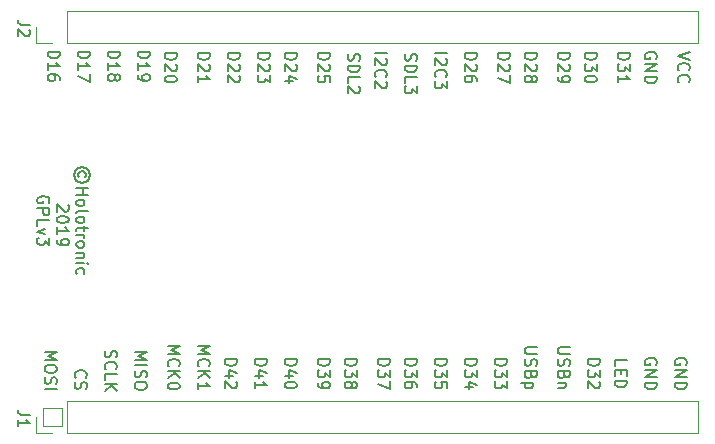
<source format=gto>
G04 #@! TF.GenerationSoftware,KiCad,Pcbnew,5.1.4-e60b266~84~ubuntu18.04.1*
G04 #@! TF.CreationDate,2019-09-22T16:17:36+02:00*
G04 #@! TF.ProjectId,Mezz2,4d657a7a-322e-46b6-9963-61645f706362,2*
G04 #@! TF.SameCoordinates,Original*
G04 #@! TF.FileFunction,Legend,Top*
G04 #@! TF.FilePolarity,Positive*
%FSLAX46Y46*%
G04 Gerber Fmt 4.6, Leading zero omitted, Abs format (unit mm)*
G04 Created by KiCad (PCBNEW 5.1.4-e60b266~84~ubuntu18.04.1) date 2019-09-22 16:17:36*
%MOMM*%
%LPD*%
G04 APERTURE LIST*
%ADD10C,0.150000*%
%ADD11C,0.120000*%
%ADD12C,0.100000*%
G04 APERTURE END LIST*
D10*
X75619523Y-91329333D02*
X75667142Y-91234095D01*
X75667142Y-91043619D01*
X75619523Y-90948380D01*
X75524285Y-90853142D01*
X75429047Y-90805523D01*
X75238571Y-90805523D01*
X75143333Y-90853142D01*
X75048095Y-90948380D01*
X75000476Y-91043619D01*
X75000476Y-91234095D01*
X75048095Y-91329333D01*
X76000476Y-91138857D02*
X75952857Y-90900761D01*
X75810000Y-90662666D01*
X75571904Y-90519809D01*
X75333809Y-90472190D01*
X75095714Y-90519809D01*
X74857619Y-90662666D01*
X74714761Y-90900761D01*
X74667142Y-91138857D01*
X74714761Y-91376952D01*
X74857619Y-91615047D01*
X75095714Y-91757904D01*
X75333809Y-91805523D01*
X75571904Y-91757904D01*
X75810000Y-91615047D01*
X75952857Y-91376952D01*
X76000476Y-91138857D01*
X74857619Y-92234095D02*
X75857619Y-92234095D01*
X75381428Y-92234095D02*
X75381428Y-92805523D01*
X74857619Y-92805523D02*
X75857619Y-92805523D01*
X74857619Y-93424571D02*
X74905238Y-93329333D01*
X74952857Y-93281714D01*
X75048095Y-93234095D01*
X75333809Y-93234095D01*
X75429047Y-93281714D01*
X75476666Y-93329333D01*
X75524285Y-93424571D01*
X75524285Y-93567428D01*
X75476666Y-93662666D01*
X75429047Y-93710285D01*
X75333809Y-93757904D01*
X75048095Y-93757904D01*
X74952857Y-93710285D01*
X74905238Y-93662666D01*
X74857619Y-93567428D01*
X74857619Y-93424571D01*
X74857619Y-94329333D02*
X74905238Y-94234095D01*
X75000476Y-94186476D01*
X75857619Y-94186476D01*
X74857619Y-94853142D02*
X74905238Y-94757904D01*
X74952857Y-94710285D01*
X75048095Y-94662666D01*
X75333809Y-94662666D01*
X75429047Y-94710285D01*
X75476666Y-94757904D01*
X75524285Y-94853142D01*
X75524285Y-94996000D01*
X75476666Y-95091238D01*
X75429047Y-95138857D01*
X75333809Y-95186476D01*
X75048095Y-95186476D01*
X74952857Y-95138857D01*
X74905238Y-95091238D01*
X74857619Y-94996000D01*
X74857619Y-94853142D01*
X75524285Y-95472190D02*
X75524285Y-95853142D01*
X75857619Y-95615047D02*
X75000476Y-95615047D01*
X74905238Y-95662666D01*
X74857619Y-95757904D01*
X74857619Y-95853142D01*
X74857619Y-96186476D02*
X75524285Y-96186476D01*
X75333809Y-96186476D02*
X75429047Y-96234095D01*
X75476666Y-96281714D01*
X75524285Y-96376952D01*
X75524285Y-96472190D01*
X74857619Y-96948380D02*
X74905238Y-96853142D01*
X74952857Y-96805523D01*
X75048095Y-96757904D01*
X75333809Y-96757904D01*
X75429047Y-96805523D01*
X75476666Y-96853142D01*
X75524285Y-96948380D01*
X75524285Y-97091238D01*
X75476666Y-97186476D01*
X75429047Y-97234095D01*
X75333809Y-97281714D01*
X75048095Y-97281714D01*
X74952857Y-97234095D01*
X74905238Y-97186476D01*
X74857619Y-97091238D01*
X74857619Y-96948380D01*
X75524285Y-97710285D02*
X74857619Y-97710285D01*
X75429047Y-97710285D02*
X75476666Y-97757904D01*
X75524285Y-97853142D01*
X75524285Y-97996000D01*
X75476666Y-98091238D01*
X75381428Y-98138857D01*
X74857619Y-98138857D01*
X74857619Y-98615047D02*
X75524285Y-98615047D01*
X75857619Y-98615047D02*
X75810000Y-98567428D01*
X75762380Y-98615047D01*
X75810000Y-98662666D01*
X75857619Y-98615047D01*
X75762380Y-98615047D01*
X74905238Y-99519809D02*
X74857619Y-99424571D01*
X74857619Y-99234095D01*
X74905238Y-99138857D01*
X74952857Y-99091238D01*
X75048095Y-99043619D01*
X75333809Y-99043619D01*
X75429047Y-99091238D01*
X75476666Y-99138857D01*
X75524285Y-99234095D01*
X75524285Y-99424571D01*
X75476666Y-99519809D01*
X74112380Y-93662666D02*
X74160000Y-93710285D01*
X74207619Y-93805523D01*
X74207619Y-94043619D01*
X74160000Y-94138857D01*
X74112380Y-94186476D01*
X74017142Y-94234095D01*
X73921904Y-94234095D01*
X73779047Y-94186476D01*
X73207619Y-93615047D01*
X73207619Y-94234095D01*
X74207619Y-94853142D02*
X74207619Y-94948380D01*
X74160000Y-95043619D01*
X74112380Y-95091238D01*
X74017142Y-95138857D01*
X73826666Y-95186476D01*
X73588571Y-95186476D01*
X73398095Y-95138857D01*
X73302857Y-95091238D01*
X73255238Y-95043619D01*
X73207619Y-94948380D01*
X73207619Y-94853142D01*
X73255238Y-94757904D01*
X73302857Y-94710285D01*
X73398095Y-94662666D01*
X73588571Y-94615047D01*
X73826666Y-94615047D01*
X74017142Y-94662666D01*
X74112380Y-94710285D01*
X74160000Y-94757904D01*
X74207619Y-94853142D01*
X73207619Y-96138857D02*
X73207619Y-95567428D01*
X73207619Y-95853142D02*
X74207619Y-95853142D01*
X74064761Y-95757904D01*
X73969523Y-95662666D01*
X73921904Y-95567428D01*
X73207619Y-96615047D02*
X73207619Y-96805523D01*
X73255238Y-96900761D01*
X73302857Y-96948380D01*
X73445714Y-97043619D01*
X73636190Y-97091238D01*
X74017142Y-97091238D01*
X74112380Y-97043619D01*
X74160000Y-96996000D01*
X74207619Y-96900761D01*
X74207619Y-96710285D01*
X74160000Y-96615047D01*
X74112380Y-96567428D01*
X74017142Y-96519809D01*
X73779047Y-96519809D01*
X73683809Y-96567428D01*
X73636190Y-96615047D01*
X73588571Y-96710285D01*
X73588571Y-96900761D01*
X73636190Y-96996000D01*
X73683809Y-97043619D01*
X73779047Y-97091238D01*
X72510000Y-93496000D02*
X72557619Y-93400761D01*
X72557619Y-93257904D01*
X72510000Y-93115047D01*
X72414761Y-93019809D01*
X72319523Y-92972190D01*
X72129047Y-92924571D01*
X71986190Y-92924571D01*
X71795714Y-92972190D01*
X71700476Y-93019809D01*
X71605238Y-93115047D01*
X71557619Y-93257904D01*
X71557619Y-93353142D01*
X71605238Y-93496000D01*
X71652857Y-93543619D01*
X71986190Y-93543619D01*
X71986190Y-93353142D01*
X71557619Y-93972190D02*
X72557619Y-93972190D01*
X72557619Y-94353142D01*
X72510000Y-94448380D01*
X72462380Y-94496000D01*
X72367142Y-94543619D01*
X72224285Y-94543619D01*
X72129047Y-94496000D01*
X72081428Y-94448380D01*
X72033809Y-94353142D01*
X72033809Y-93972190D01*
X71557619Y-95448380D02*
X71557619Y-94972190D01*
X72557619Y-94972190D01*
X72224285Y-95686476D02*
X71557619Y-95924571D01*
X72224285Y-96162666D01*
X72557619Y-96448380D02*
X72557619Y-97067428D01*
X72176666Y-96734095D01*
X72176666Y-96876952D01*
X72129047Y-96972190D01*
X72081428Y-97019809D01*
X71986190Y-97067428D01*
X71748095Y-97067428D01*
X71652857Y-97019809D01*
X71605238Y-96972190D01*
X71557619Y-96876952D01*
X71557619Y-96591238D01*
X71605238Y-96496000D01*
X71652857Y-96448380D01*
X72191619Y-106124571D02*
X73191619Y-106124571D01*
X72477333Y-106457904D01*
X73191619Y-106791238D01*
X72191619Y-106791238D01*
X73191619Y-107457904D02*
X73191619Y-107648380D01*
X73144000Y-107743619D01*
X73048761Y-107838857D01*
X72858285Y-107886476D01*
X72524952Y-107886476D01*
X72334476Y-107838857D01*
X72239238Y-107743619D01*
X72191619Y-107648380D01*
X72191619Y-107457904D01*
X72239238Y-107362666D01*
X72334476Y-107267428D01*
X72524952Y-107219809D01*
X72858285Y-107219809D01*
X73048761Y-107267428D01*
X73144000Y-107362666D01*
X73191619Y-107457904D01*
X72239238Y-108267428D02*
X72191619Y-108410285D01*
X72191619Y-108648380D01*
X72239238Y-108743619D01*
X72286857Y-108791238D01*
X72382095Y-108838857D01*
X72477333Y-108838857D01*
X72572571Y-108791238D01*
X72620190Y-108743619D01*
X72667809Y-108648380D01*
X72715428Y-108457904D01*
X72763047Y-108362666D01*
X72810666Y-108315047D01*
X72905904Y-108267428D01*
X73001142Y-108267428D01*
X73096380Y-108315047D01*
X73144000Y-108362666D01*
X73191619Y-108457904D01*
X73191619Y-108696000D01*
X73144000Y-108838857D01*
X72191619Y-109267428D02*
X73191619Y-109267428D01*
X74826857Y-108291333D02*
X74779238Y-108243714D01*
X74731619Y-108100857D01*
X74731619Y-108005619D01*
X74779238Y-107862761D01*
X74874476Y-107767523D01*
X74969714Y-107719904D01*
X75160190Y-107672285D01*
X75303047Y-107672285D01*
X75493523Y-107719904D01*
X75588761Y-107767523D01*
X75684000Y-107862761D01*
X75731619Y-108005619D01*
X75731619Y-108100857D01*
X75684000Y-108243714D01*
X75636380Y-108291333D01*
X74779238Y-108672285D02*
X74731619Y-108815142D01*
X74731619Y-109053238D01*
X74779238Y-109148476D01*
X74826857Y-109196095D01*
X74922095Y-109243714D01*
X75017333Y-109243714D01*
X75112571Y-109196095D01*
X75160190Y-109148476D01*
X75207809Y-109053238D01*
X75255428Y-108862761D01*
X75303047Y-108767523D01*
X75350666Y-108719904D01*
X75445904Y-108672285D01*
X75541142Y-108672285D01*
X75636380Y-108719904D01*
X75684000Y-108767523D01*
X75731619Y-108862761D01*
X75731619Y-109100857D01*
X75684000Y-109243714D01*
X77319238Y-106005523D02*
X77271619Y-106148380D01*
X77271619Y-106386476D01*
X77319238Y-106481714D01*
X77366857Y-106529333D01*
X77462095Y-106576952D01*
X77557333Y-106576952D01*
X77652571Y-106529333D01*
X77700190Y-106481714D01*
X77747809Y-106386476D01*
X77795428Y-106196000D01*
X77843047Y-106100761D01*
X77890666Y-106053142D01*
X77985904Y-106005523D01*
X78081142Y-106005523D01*
X78176380Y-106053142D01*
X78224000Y-106100761D01*
X78271619Y-106196000D01*
X78271619Y-106434095D01*
X78224000Y-106576952D01*
X77366857Y-107576952D02*
X77319238Y-107529333D01*
X77271619Y-107386476D01*
X77271619Y-107291238D01*
X77319238Y-107148380D01*
X77414476Y-107053142D01*
X77509714Y-107005523D01*
X77700190Y-106957904D01*
X77843047Y-106957904D01*
X78033523Y-107005523D01*
X78128761Y-107053142D01*
X78224000Y-107148380D01*
X78271619Y-107291238D01*
X78271619Y-107386476D01*
X78224000Y-107529333D01*
X78176380Y-107576952D01*
X77271619Y-108481714D02*
X77271619Y-108005523D01*
X78271619Y-108005523D01*
X77271619Y-108815047D02*
X78271619Y-108815047D01*
X77271619Y-109386476D02*
X77843047Y-108957904D01*
X78271619Y-109386476D02*
X77700190Y-108815047D01*
X79811619Y-106124571D02*
X80811619Y-106124571D01*
X80097333Y-106457904D01*
X80811619Y-106791238D01*
X79811619Y-106791238D01*
X79811619Y-107267428D02*
X80811619Y-107267428D01*
X79859238Y-107696000D02*
X79811619Y-107838857D01*
X79811619Y-108076952D01*
X79859238Y-108172190D01*
X79906857Y-108219809D01*
X80002095Y-108267428D01*
X80097333Y-108267428D01*
X80192571Y-108219809D01*
X80240190Y-108172190D01*
X80287809Y-108076952D01*
X80335428Y-107886476D01*
X80383047Y-107791238D01*
X80430666Y-107743619D01*
X80525904Y-107696000D01*
X80621142Y-107696000D01*
X80716380Y-107743619D01*
X80764000Y-107791238D01*
X80811619Y-107886476D01*
X80811619Y-108124571D01*
X80764000Y-108267428D01*
X80811619Y-108886476D02*
X80811619Y-109076952D01*
X80764000Y-109172190D01*
X80668761Y-109267428D01*
X80478285Y-109315047D01*
X80144952Y-109315047D01*
X79954476Y-109267428D01*
X79859238Y-109172190D01*
X79811619Y-109076952D01*
X79811619Y-108886476D01*
X79859238Y-108791238D01*
X79954476Y-108696000D01*
X80144952Y-108648380D01*
X80478285Y-108648380D01*
X80668761Y-108696000D01*
X80764000Y-108791238D01*
X80811619Y-108886476D01*
X82605619Y-105632476D02*
X83605619Y-105632476D01*
X82891333Y-105965809D01*
X83605619Y-106299142D01*
X82605619Y-106299142D01*
X82700857Y-107346761D02*
X82653238Y-107299142D01*
X82605619Y-107156285D01*
X82605619Y-107061047D01*
X82653238Y-106918190D01*
X82748476Y-106822952D01*
X82843714Y-106775333D01*
X83034190Y-106727714D01*
X83177047Y-106727714D01*
X83367523Y-106775333D01*
X83462761Y-106822952D01*
X83558000Y-106918190D01*
X83605619Y-107061047D01*
X83605619Y-107156285D01*
X83558000Y-107299142D01*
X83510380Y-107346761D01*
X82605619Y-107775333D02*
X83605619Y-107775333D01*
X82605619Y-108346761D02*
X83177047Y-107918190D01*
X83605619Y-108346761D02*
X83034190Y-107775333D01*
X83605619Y-108965809D02*
X83605619Y-109061047D01*
X83558000Y-109156285D01*
X83510380Y-109203904D01*
X83415142Y-109251523D01*
X83224666Y-109299142D01*
X82986571Y-109299142D01*
X82796095Y-109251523D01*
X82700857Y-109203904D01*
X82653238Y-109156285D01*
X82605619Y-109061047D01*
X82605619Y-108965809D01*
X82653238Y-108870571D01*
X82700857Y-108822952D01*
X82796095Y-108775333D01*
X82986571Y-108727714D01*
X83224666Y-108727714D01*
X83415142Y-108775333D01*
X83510380Y-108822952D01*
X83558000Y-108870571D01*
X83605619Y-108965809D01*
X85145619Y-105632476D02*
X86145619Y-105632476D01*
X85431333Y-105965809D01*
X86145619Y-106299142D01*
X85145619Y-106299142D01*
X85240857Y-107346761D02*
X85193238Y-107299142D01*
X85145619Y-107156285D01*
X85145619Y-107061047D01*
X85193238Y-106918190D01*
X85288476Y-106822952D01*
X85383714Y-106775333D01*
X85574190Y-106727714D01*
X85717047Y-106727714D01*
X85907523Y-106775333D01*
X86002761Y-106822952D01*
X86098000Y-106918190D01*
X86145619Y-107061047D01*
X86145619Y-107156285D01*
X86098000Y-107299142D01*
X86050380Y-107346761D01*
X85145619Y-107775333D02*
X86145619Y-107775333D01*
X85145619Y-108346761D02*
X85717047Y-107918190D01*
X86145619Y-108346761D02*
X85574190Y-107775333D01*
X85145619Y-109299142D02*
X85145619Y-108727714D01*
X85145619Y-109013428D02*
X86145619Y-109013428D01*
X86002761Y-108918190D01*
X85907523Y-108822952D01*
X85859904Y-108727714D01*
X87431619Y-106735714D02*
X88431619Y-106735714D01*
X88431619Y-106973809D01*
X88384000Y-107116666D01*
X88288761Y-107211904D01*
X88193523Y-107259523D01*
X88003047Y-107307142D01*
X87860190Y-107307142D01*
X87669714Y-107259523D01*
X87574476Y-107211904D01*
X87479238Y-107116666D01*
X87431619Y-106973809D01*
X87431619Y-106735714D01*
X88098285Y-108164285D02*
X87431619Y-108164285D01*
X88479238Y-107926190D02*
X87764952Y-107688095D01*
X87764952Y-108307142D01*
X88336380Y-108640476D02*
X88384000Y-108688095D01*
X88431619Y-108783333D01*
X88431619Y-109021428D01*
X88384000Y-109116666D01*
X88336380Y-109164285D01*
X88241142Y-109211904D01*
X88145904Y-109211904D01*
X88003047Y-109164285D01*
X87431619Y-108592857D01*
X87431619Y-109211904D01*
X89971619Y-106735714D02*
X90971619Y-106735714D01*
X90971619Y-106973809D01*
X90924000Y-107116666D01*
X90828761Y-107211904D01*
X90733523Y-107259523D01*
X90543047Y-107307142D01*
X90400190Y-107307142D01*
X90209714Y-107259523D01*
X90114476Y-107211904D01*
X90019238Y-107116666D01*
X89971619Y-106973809D01*
X89971619Y-106735714D01*
X90638285Y-108164285D02*
X89971619Y-108164285D01*
X91019238Y-107926190D02*
X90304952Y-107688095D01*
X90304952Y-108307142D01*
X89971619Y-109211904D02*
X89971619Y-108640476D01*
X89971619Y-108926190D02*
X90971619Y-108926190D01*
X90828761Y-108830952D01*
X90733523Y-108735714D01*
X90685904Y-108640476D01*
X92511619Y-106735714D02*
X93511619Y-106735714D01*
X93511619Y-106973809D01*
X93464000Y-107116666D01*
X93368761Y-107211904D01*
X93273523Y-107259523D01*
X93083047Y-107307142D01*
X92940190Y-107307142D01*
X92749714Y-107259523D01*
X92654476Y-107211904D01*
X92559238Y-107116666D01*
X92511619Y-106973809D01*
X92511619Y-106735714D01*
X93178285Y-108164285D02*
X92511619Y-108164285D01*
X93559238Y-107926190D02*
X92844952Y-107688095D01*
X92844952Y-108307142D01*
X93511619Y-108878571D02*
X93511619Y-108973809D01*
X93464000Y-109069047D01*
X93416380Y-109116666D01*
X93321142Y-109164285D01*
X93130666Y-109211904D01*
X92892571Y-109211904D01*
X92702095Y-109164285D01*
X92606857Y-109116666D01*
X92559238Y-109069047D01*
X92511619Y-108973809D01*
X92511619Y-108878571D01*
X92559238Y-108783333D01*
X92606857Y-108735714D01*
X92702095Y-108688095D01*
X92892571Y-108640476D01*
X93130666Y-108640476D01*
X93321142Y-108688095D01*
X93416380Y-108735714D01*
X93464000Y-108783333D01*
X93511619Y-108878571D01*
X95305619Y-106735714D02*
X96305619Y-106735714D01*
X96305619Y-106973809D01*
X96258000Y-107116666D01*
X96162761Y-107211904D01*
X96067523Y-107259523D01*
X95877047Y-107307142D01*
X95734190Y-107307142D01*
X95543714Y-107259523D01*
X95448476Y-107211904D01*
X95353238Y-107116666D01*
X95305619Y-106973809D01*
X95305619Y-106735714D01*
X96305619Y-107640476D02*
X96305619Y-108259523D01*
X95924666Y-107926190D01*
X95924666Y-108069047D01*
X95877047Y-108164285D01*
X95829428Y-108211904D01*
X95734190Y-108259523D01*
X95496095Y-108259523D01*
X95400857Y-108211904D01*
X95353238Y-108164285D01*
X95305619Y-108069047D01*
X95305619Y-107783333D01*
X95353238Y-107688095D01*
X95400857Y-107640476D01*
X95305619Y-108735714D02*
X95305619Y-108926190D01*
X95353238Y-109021428D01*
X95400857Y-109069047D01*
X95543714Y-109164285D01*
X95734190Y-109211904D01*
X96115142Y-109211904D01*
X96210380Y-109164285D01*
X96258000Y-109116666D01*
X96305619Y-109021428D01*
X96305619Y-108830952D01*
X96258000Y-108735714D01*
X96210380Y-108688095D01*
X96115142Y-108640476D01*
X95877047Y-108640476D01*
X95781809Y-108688095D01*
X95734190Y-108735714D01*
X95686571Y-108830952D01*
X95686571Y-109021428D01*
X95734190Y-109116666D01*
X95781809Y-109164285D01*
X95877047Y-109211904D01*
X97591619Y-106735714D02*
X98591619Y-106735714D01*
X98591619Y-106973809D01*
X98544000Y-107116666D01*
X98448761Y-107211904D01*
X98353523Y-107259523D01*
X98163047Y-107307142D01*
X98020190Y-107307142D01*
X97829714Y-107259523D01*
X97734476Y-107211904D01*
X97639238Y-107116666D01*
X97591619Y-106973809D01*
X97591619Y-106735714D01*
X98591619Y-107640476D02*
X98591619Y-108259523D01*
X98210666Y-107926190D01*
X98210666Y-108069047D01*
X98163047Y-108164285D01*
X98115428Y-108211904D01*
X98020190Y-108259523D01*
X97782095Y-108259523D01*
X97686857Y-108211904D01*
X97639238Y-108164285D01*
X97591619Y-108069047D01*
X97591619Y-107783333D01*
X97639238Y-107688095D01*
X97686857Y-107640476D01*
X98163047Y-108830952D02*
X98210666Y-108735714D01*
X98258285Y-108688095D01*
X98353523Y-108640476D01*
X98401142Y-108640476D01*
X98496380Y-108688095D01*
X98544000Y-108735714D01*
X98591619Y-108830952D01*
X98591619Y-109021428D01*
X98544000Y-109116666D01*
X98496380Y-109164285D01*
X98401142Y-109211904D01*
X98353523Y-109211904D01*
X98258285Y-109164285D01*
X98210666Y-109116666D01*
X98163047Y-109021428D01*
X98163047Y-108830952D01*
X98115428Y-108735714D01*
X98067809Y-108688095D01*
X97972571Y-108640476D01*
X97782095Y-108640476D01*
X97686857Y-108688095D01*
X97639238Y-108735714D01*
X97591619Y-108830952D01*
X97591619Y-109021428D01*
X97639238Y-109116666D01*
X97686857Y-109164285D01*
X97782095Y-109211904D01*
X97972571Y-109211904D01*
X98067809Y-109164285D01*
X98115428Y-109116666D01*
X98163047Y-109021428D01*
X100385619Y-106735714D02*
X101385619Y-106735714D01*
X101385619Y-106973809D01*
X101338000Y-107116666D01*
X101242761Y-107211904D01*
X101147523Y-107259523D01*
X100957047Y-107307142D01*
X100814190Y-107307142D01*
X100623714Y-107259523D01*
X100528476Y-107211904D01*
X100433238Y-107116666D01*
X100385619Y-106973809D01*
X100385619Y-106735714D01*
X101385619Y-107640476D02*
X101385619Y-108259523D01*
X101004666Y-107926190D01*
X101004666Y-108069047D01*
X100957047Y-108164285D01*
X100909428Y-108211904D01*
X100814190Y-108259523D01*
X100576095Y-108259523D01*
X100480857Y-108211904D01*
X100433238Y-108164285D01*
X100385619Y-108069047D01*
X100385619Y-107783333D01*
X100433238Y-107688095D01*
X100480857Y-107640476D01*
X101385619Y-108592857D02*
X101385619Y-109259523D01*
X100385619Y-108830952D01*
X102671619Y-106735714D02*
X103671619Y-106735714D01*
X103671619Y-106973809D01*
X103624000Y-107116666D01*
X103528761Y-107211904D01*
X103433523Y-107259523D01*
X103243047Y-107307142D01*
X103100190Y-107307142D01*
X102909714Y-107259523D01*
X102814476Y-107211904D01*
X102719238Y-107116666D01*
X102671619Y-106973809D01*
X102671619Y-106735714D01*
X103671619Y-107640476D02*
X103671619Y-108259523D01*
X103290666Y-107926190D01*
X103290666Y-108069047D01*
X103243047Y-108164285D01*
X103195428Y-108211904D01*
X103100190Y-108259523D01*
X102862095Y-108259523D01*
X102766857Y-108211904D01*
X102719238Y-108164285D01*
X102671619Y-108069047D01*
X102671619Y-107783333D01*
X102719238Y-107688095D01*
X102766857Y-107640476D01*
X103671619Y-109116666D02*
X103671619Y-108926190D01*
X103624000Y-108830952D01*
X103576380Y-108783333D01*
X103433523Y-108688095D01*
X103243047Y-108640476D01*
X102862095Y-108640476D01*
X102766857Y-108688095D01*
X102719238Y-108735714D01*
X102671619Y-108830952D01*
X102671619Y-109021428D01*
X102719238Y-109116666D01*
X102766857Y-109164285D01*
X102862095Y-109211904D01*
X103100190Y-109211904D01*
X103195428Y-109164285D01*
X103243047Y-109116666D01*
X103290666Y-109021428D01*
X103290666Y-108830952D01*
X103243047Y-108735714D01*
X103195428Y-108688095D01*
X103100190Y-108640476D01*
X105211619Y-106735714D02*
X106211619Y-106735714D01*
X106211619Y-106973809D01*
X106164000Y-107116666D01*
X106068761Y-107211904D01*
X105973523Y-107259523D01*
X105783047Y-107307142D01*
X105640190Y-107307142D01*
X105449714Y-107259523D01*
X105354476Y-107211904D01*
X105259238Y-107116666D01*
X105211619Y-106973809D01*
X105211619Y-106735714D01*
X106211619Y-107640476D02*
X106211619Y-108259523D01*
X105830666Y-107926190D01*
X105830666Y-108069047D01*
X105783047Y-108164285D01*
X105735428Y-108211904D01*
X105640190Y-108259523D01*
X105402095Y-108259523D01*
X105306857Y-108211904D01*
X105259238Y-108164285D01*
X105211619Y-108069047D01*
X105211619Y-107783333D01*
X105259238Y-107688095D01*
X105306857Y-107640476D01*
X106211619Y-109164285D02*
X106211619Y-108688095D01*
X105735428Y-108640476D01*
X105783047Y-108688095D01*
X105830666Y-108783333D01*
X105830666Y-109021428D01*
X105783047Y-109116666D01*
X105735428Y-109164285D01*
X105640190Y-109211904D01*
X105402095Y-109211904D01*
X105306857Y-109164285D01*
X105259238Y-109116666D01*
X105211619Y-109021428D01*
X105211619Y-108783333D01*
X105259238Y-108688095D01*
X105306857Y-108640476D01*
X107751619Y-106735714D02*
X108751619Y-106735714D01*
X108751619Y-106973809D01*
X108704000Y-107116666D01*
X108608761Y-107211904D01*
X108513523Y-107259523D01*
X108323047Y-107307142D01*
X108180190Y-107307142D01*
X107989714Y-107259523D01*
X107894476Y-107211904D01*
X107799238Y-107116666D01*
X107751619Y-106973809D01*
X107751619Y-106735714D01*
X108751619Y-107640476D02*
X108751619Y-108259523D01*
X108370666Y-107926190D01*
X108370666Y-108069047D01*
X108323047Y-108164285D01*
X108275428Y-108211904D01*
X108180190Y-108259523D01*
X107942095Y-108259523D01*
X107846857Y-108211904D01*
X107799238Y-108164285D01*
X107751619Y-108069047D01*
X107751619Y-107783333D01*
X107799238Y-107688095D01*
X107846857Y-107640476D01*
X108418285Y-109116666D02*
X107751619Y-109116666D01*
X108799238Y-108878571D02*
X108084952Y-108640476D01*
X108084952Y-109259523D01*
X110291619Y-106735714D02*
X111291619Y-106735714D01*
X111291619Y-106973809D01*
X111244000Y-107116666D01*
X111148761Y-107211904D01*
X111053523Y-107259523D01*
X110863047Y-107307142D01*
X110720190Y-107307142D01*
X110529714Y-107259523D01*
X110434476Y-107211904D01*
X110339238Y-107116666D01*
X110291619Y-106973809D01*
X110291619Y-106735714D01*
X111291619Y-107640476D02*
X111291619Y-108259523D01*
X110910666Y-107926190D01*
X110910666Y-108069047D01*
X110863047Y-108164285D01*
X110815428Y-108211904D01*
X110720190Y-108259523D01*
X110482095Y-108259523D01*
X110386857Y-108211904D01*
X110339238Y-108164285D01*
X110291619Y-108069047D01*
X110291619Y-107783333D01*
X110339238Y-107688095D01*
X110386857Y-107640476D01*
X111291619Y-108592857D02*
X111291619Y-109211904D01*
X110910666Y-108878571D01*
X110910666Y-109021428D01*
X110863047Y-109116666D01*
X110815428Y-109164285D01*
X110720190Y-109211904D01*
X110482095Y-109211904D01*
X110386857Y-109164285D01*
X110339238Y-109116666D01*
X110291619Y-109021428D01*
X110291619Y-108735714D01*
X110339238Y-108640476D01*
X110386857Y-108592857D01*
X113831619Y-105727714D02*
X113022095Y-105727714D01*
X112926857Y-105775333D01*
X112879238Y-105822952D01*
X112831619Y-105918190D01*
X112831619Y-106108666D01*
X112879238Y-106203904D01*
X112926857Y-106251523D01*
X113022095Y-106299142D01*
X113831619Y-106299142D01*
X112879238Y-106727714D02*
X112831619Y-106870571D01*
X112831619Y-107108666D01*
X112879238Y-107203904D01*
X112926857Y-107251523D01*
X113022095Y-107299142D01*
X113117333Y-107299142D01*
X113212571Y-107251523D01*
X113260190Y-107203904D01*
X113307809Y-107108666D01*
X113355428Y-106918190D01*
X113403047Y-106822952D01*
X113450666Y-106775333D01*
X113545904Y-106727714D01*
X113641142Y-106727714D01*
X113736380Y-106775333D01*
X113784000Y-106822952D01*
X113831619Y-106918190D01*
X113831619Y-107156285D01*
X113784000Y-107299142D01*
X113355428Y-108061047D02*
X113307809Y-108203904D01*
X113260190Y-108251523D01*
X113164952Y-108299142D01*
X113022095Y-108299142D01*
X112926857Y-108251523D01*
X112879238Y-108203904D01*
X112831619Y-108108666D01*
X112831619Y-107727714D01*
X113831619Y-107727714D01*
X113831619Y-108061047D01*
X113784000Y-108156285D01*
X113736380Y-108203904D01*
X113641142Y-108251523D01*
X113545904Y-108251523D01*
X113450666Y-108203904D01*
X113403047Y-108156285D01*
X113355428Y-108061047D01*
X113355428Y-107727714D01*
X113498285Y-108727714D02*
X112498285Y-108727714D01*
X113450666Y-108727714D02*
X113498285Y-108822952D01*
X113498285Y-109013428D01*
X113450666Y-109108666D01*
X113403047Y-109156285D01*
X113307809Y-109203904D01*
X113022095Y-109203904D01*
X112926857Y-109156285D01*
X112879238Y-109108666D01*
X112831619Y-109013428D01*
X112831619Y-108822952D01*
X112879238Y-108727714D01*
X116625619Y-105727714D02*
X115816095Y-105727714D01*
X115720857Y-105775333D01*
X115673238Y-105822952D01*
X115625619Y-105918190D01*
X115625619Y-106108666D01*
X115673238Y-106203904D01*
X115720857Y-106251523D01*
X115816095Y-106299142D01*
X116625619Y-106299142D01*
X115673238Y-106727714D02*
X115625619Y-106870571D01*
X115625619Y-107108666D01*
X115673238Y-107203904D01*
X115720857Y-107251523D01*
X115816095Y-107299142D01*
X115911333Y-107299142D01*
X116006571Y-107251523D01*
X116054190Y-107203904D01*
X116101809Y-107108666D01*
X116149428Y-106918190D01*
X116197047Y-106822952D01*
X116244666Y-106775333D01*
X116339904Y-106727714D01*
X116435142Y-106727714D01*
X116530380Y-106775333D01*
X116578000Y-106822952D01*
X116625619Y-106918190D01*
X116625619Y-107156285D01*
X116578000Y-107299142D01*
X116149428Y-108061047D02*
X116101809Y-108203904D01*
X116054190Y-108251523D01*
X115958952Y-108299142D01*
X115816095Y-108299142D01*
X115720857Y-108251523D01*
X115673238Y-108203904D01*
X115625619Y-108108666D01*
X115625619Y-107727714D01*
X116625619Y-107727714D01*
X116625619Y-108061047D01*
X116578000Y-108156285D01*
X116530380Y-108203904D01*
X116435142Y-108251523D01*
X116339904Y-108251523D01*
X116244666Y-108203904D01*
X116197047Y-108156285D01*
X116149428Y-108061047D01*
X116149428Y-107727714D01*
X116292285Y-108727714D02*
X115625619Y-108727714D01*
X116197047Y-108727714D02*
X116244666Y-108775333D01*
X116292285Y-108870571D01*
X116292285Y-109013428D01*
X116244666Y-109108666D01*
X116149428Y-109156285D01*
X115625619Y-109156285D01*
X118165619Y-106735714D02*
X119165619Y-106735714D01*
X119165619Y-106973809D01*
X119118000Y-107116666D01*
X119022761Y-107211904D01*
X118927523Y-107259523D01*
X118737047Y-107307142D01*
X118594190Y-107307142D01*
X118403714Y-107259523D01*
X118308476Y-107211904D01*
X118213238Y-107116666D01*
X118165619Y-106973809D01*
X118165619Y-106735714D01*
X119165619Y-107640476D02*
X119165619Y-108259523D01*
X118784666Y-107926190D01*
X118784666Y-108069047D01*
X118737047Y-108164285D01*
X118689428Y-108211904D01*
X118594190Y-108259523D01*
X118356095Y-108259523D01*
X118260857Y-108211904D01*
X118213238Y-108164285D01*
X118165619Y-108069047D01*
X118165619Y-107783333D01*
X118213238Y-107688095D01*
X118260857Y-107640476D01*
X119070380Y-108640476D02*
X119118000Y-108688095D01*
X119165619Y-108783333D01*
X119165619Y-109021428D01*
X119118000Y-109116666D01*
X119070380Y-109164285D01*
X118975142Y-109211904D01*
X118879904Y-109211904D01*
X118737047Y-109164285D01*
X118165619Y-108592857D01*
X118165619Y-109211904D01*
X120451619Y-107307142D02*
X120451619Y-106830952D01*
X121451619Y-106830952D01*
X120975428Y-107640476D02*
X120975428Y-107973809D01*
X120451619Y-108116666D02*
X120451619Y-107640476D01*
X121451619Y-107640476D01*
X121451619Y-108116666D01*
X120451619Y-108545238D02*
X121451619Y-108545238D01*
X121451619Y-108783333D01*
X121404000Y-108926190D01*
X121308761Y-109021428D01*
X121213523Y-109069047D01*
X121023047Y-109116666D01*
X120880190Y-109116666D01*
X120689714Y-109069047D01*
X120594476Y-109021428D01*
X120499238Y-108926190D01*
X120451619Y-108783333D01*
X120451619Y-108545238D01*
X123944000Y-107188095D02*
X123991619Y-107092857D01*
X123991619Y-106950000D01*
X123944000Y-106807142D01*
X123848761Y-106711904D01*
X123753523Y-106664285D01*
X123563047Y-106616666D01*
X123420190Y-106616666D01*
X123229714Y-106664285D01*
X123134476Y-106711904D01*
X123039238Y-106807142D01*
X122991619Y-106950000D01*
X122991619Y-107045238D01*
X123039238Y-107188095D01*
X123086857Y-107235714D01*
X123420190Y-107235714D01*
X123420190Y-107045238D01*
X122991619Y-107664285D02*
X123991619Y-107664285D01*
X122991619Y-108235714D01*
X123991619Y-108235714D01*
X122991619Y-108711904D02*
X123991619Y-108711904D01*
X123991619Y-108950000D01*
X123944000Y-109092857D01*
X123848761Y-109188095D01*
X123753523Y-109235714D01*
X123563047Y-109283333D01*
X123420190Y-109283333D01*
X123229714Y-109235714D01*
X123134476Y-109188095D01*
X123039238Y-109092857D01*
X122991619Y-108950000D01*
X122991619Y-108711904D01*
X126484000Y-107188095D02*
X126531619Y-107092857D01*
X126531619Y-106950000D01*
X126484000Y-106807142D01*
X126388761Y-106711904D01*
X126293523Y-106664285D01*
X126103047Y-106616666D01*
X125960190Y-106616666D01*
X125769714Y-106664285D01*
X125674476Y-106711904D01*
X125579238Y-106807142D01*
X125531619Y-106950000D01*
X125531619Y-107045238D01*
X125579238Y-107188095D01*
X125626857Y-107235714D01*
X125960190Y-107235714D01*
X125960190Y-107045238D01*
X125531619Y-107664285D02*
X126531619Y-107664285D01*
X125531619Y-108235714D01*
X126531619Y-108235714D01*
X125531619Y-108711904D02*
X126531619Y-108711904D01*
X126531619Y-108950000D01*
X126484000Y-109092857D01*
X126388761Y-109188095D01*
X126293523Y-109235714D01*
X126103047Y-109283333D01*
X125960190Y-109283333D01*
X125769714Y-109235714D01*
X125674476Y-109188095D01*
X125579238Y-109092857D01*
X125531619Y-108950000D01*
X125531619Y-108711904D01*
X126785619Y-80708666D02*
X125785619Y-81042000D01*
X126785619Y-81375333D01*
X125880857Y-82280095D02*
X125833238Y-82232476D01*
X125785619Y-82089619D01*
X125785619Y-81994380D01*
X125833238Y-81851523D01*
X125928476Y-81756285D01*
X126023714Y-81708666D01*
X126214190Y-81661047D01*
X126357047Y-81661047D01*
X126547523Y-81708666D01*
X126642761Y-81756285D01*
X126738000Y-81851523D01*
X126785619Y-81994380D01*
X126785619Y-82089619D01*
X126738000Y-82232476D01*
X126690380Y-82280095D01*
X125880857Y-83280095D02*
X125833238Y-83232476D01*
X125785619Y-83089619D01*
X125785619Y-82994380D01*
X125833238Y-82851523D01*
X125928476Y-82756285D01*
X126023714Y-82708666D01*
X126214190Y-82661047D01*
X126357047Y-82661047D01*
X126547523Y-82708666D01*
X126642761Y-82756285D01*
X126738000Y-82851523D01*
X126785619Y-82994380D01*
X126785619Y-83089619D01*
X126738000Y-83232476D01*
X126690380Y-83280095D01*
X123944000Y-81280095D02*
X123991619Y-81184857D01*
X123991619Y-81042000D01*
X123944000Y-80899142D01*
X123848761Y-80803904D01*
X123753523Y-80756285D01*
X123563047Y-80708666D01*
X123420190Y-80708666D01*
X123229714Y-80756285D01*
X123134476Y-80803904D01*
X123039238Y-80899142D01*
X122991619Y-81042000D01*
X122991619Y-81137238D01*
X123039238Y-81280095D01*
X123086857Y-81327714D01*
X123420190Y-81327714D01*
X123420190Y-81137238D01*
X122991619Y-81756285D02*
X123991619Y-81756285D01*
X122991619Y-82327714D01*
X123991619Y-82327714D01*
X122991619Y-82803904D02*
X123991619Y-82803904D01*
X123991619Y-83042000D01*
X123944000Y-83184857D01*
X123848761Y-83280095D01*
X123753523Y-83327714D01*
X123563047Y-83375333D01*
X123420190Y-83375333D01*
X123229714Y-83327714D01*
X123134476Y-83280095D01*
X123039238Y-83184857D01*
X122991619Y-83042000D01*
X122991619Y-82803904D01*
X120705619Y-80827714D02*
X121705619Y-80827714D01*
X121705619Y-81065809D01*
X121658000Y-81208666D01*
X121562761Y-81303904D01*
X121467523Y-81351523D01*
X121277047Y-81399142D01*
X121134190Y-81399142D01*
X120943714Y-81351523D01*
X120848476Y-81303904D01*
X120753238Y-81208666D01*
X120705619Y-81065809D01*
X120705619Y-80827714D01*
X121705619Y-81732476D02*
X121705619Y-82351523D01*
X121324666Y-82018190D01*
X121324666Y-82161047D01*
X121277047Y-82256285D01*
X121229428Y-82303904D01*
X121134190Y-82351523D01*
X120896095Y-82351523D01*
X120800857Y-82303904D01*
X120753238Y-82256285D01*
X120705619Y-82161047D01*
X120705619Y-81875333D01*
X120753238Y-81780095D01*
X120800857Y-81732476D01*
X120705619Y-83303904D02*
X120705619Y-82732476D01*
X120705619Y-83018190D02*
X121705619Y-83018190D01*
X121562761Y-82922952D01*
X121467523Y-82827714D01*
X121419904Y-82732476D01*
X117911619Y-80827714D02*
X118911619Y-80827714D01*
X118911619Y-81065809D01*
X118864000Y-81208666D01*
X118768761Y-81303904D01*
X118673523Y-81351523D01*
X118483047Y-81399142D01*
X118340190Y-81399142D01*
X118149714Y-81351523D01*
X118054476Y-81303904D01*
X117959238Y-81208666D01*
X117911619Y-81065809D01*
X117911619Y-80827714D01*
X118911619Y-81732476D02*
X118911619Y-82351523D01*
X118530666Y-82018190D01*
X118530666Y-82161047D01*
X118483047Y-82256285D01*
X118435428Y-82303904D01*
X118340190Y-82351523D01*
X118102095Y-82351523D01*
X118006857Y-82303904D01*
X117959238Y-82256285D01*
X117911619Y-82161047D01*
X117911619Y-81875333D01*
X117959238Y-81780095D01*
X118006857Y-81732476D01*
X118911619Y-82970571D02*
X118911619Y-83065809D01*
X118864000Y-83161047D01*
X118816380Y-83208666D01*
X118721142Y-83256285D01*
X118530666Y-83303904D01*
X118292571Y-83303904D01*
X118102095Y-83256285D01*
X118006857Y-83208666D01*
X117959238Y-83161047D01*
X117911619Y-83065809D01*
X117911619Y-82970571D01*
X117959238Y-82875333D01*
X118006857Y-82827714D01*
X118102095Y-82780095D01*
X118292571Y-82732476D01*
X118530666Y-82732476D01*
X118721142Y-82780095D01*
X118816380Y-82827714D01*
X118864000Y-82875333D01*
X118911619Y-82970571D01*
X115625619Y-80827714D02*
X116625619Y-80827714D01*
X116625619Y-81065809D01*
X116578000Y-81208666D01*
X116482761Y-81303904D01*
X116387523Y-81351523D01*
X116197047Y-81399142D01*
X116054190Y-81399142D01*
X115863714Y-81351523D01*
X115768476Y-81303904D01*
X115673238Y-81208666D01*
X115625619Y-81065809D01*
X115625619Y-80827714D01*
X116530380Y-81780095D02*
X116578000Y-81827714D01*
X116625619Y-81922952D01*
X116625619Y-82161047D01*
X116578000Y-82256285D01*
X116530380Y-82303904D01*
X116435142Y-82351523D01*
X116339904Y-82351523D01*
X116197047Y-82303904D01*
X115625619Y-81732476D01*
X115625619Y-82351523D01*
X115625619Y-82827714D02*
X115625619Y-83018190D01*
X115673238Y-83113428D01*
X115720857Y-83161047D01*
X115863714Y-83256285D01*
X116054190Y-83303904D01*
X116435142Y-83303904D01*
X116530380Y-83256285D01*
X116578000Y-83208666D01*
X116625619Y-83113428D01*
X116625619Y-82922952D01*
X116578000Y-82827714D01*
X116530380Y-82780095D01*
X116435142Y-82732476D01*
X116197047Y-82732476D01*
X116101809Y-82780095D01*
X116054190Y-82827714D01*
X116006571Y-82922952D01*
X116006571Y-83113428D01*
X116054190Y-83208666D01*
X116101809Y-83256285D01*
X116197047Y-83303904D01*
X112831619Y-80827714D02*
X113831619Y-80827714D01*
X113831619Y-81065809D01*
X113784000Y-81208666D01*
X113688761Y-81303904D01*
X113593523Y-81351523D01*
X113403047Y-81399142D01*
X113260190Y-81399142D01*
X113069714Y-81351523D01*
X112974476Y-81303904D01*
X112879238Y-81208666D01*
X112831619Y-81065809D01*
X112831619Y-80827714D01*
X113736380Y-81780095D02*
X113784000Y-81827714D01*
X113831619Y-81922952D01*
X113831619Y-82161047D01*
X113784000Y-82256285D01*
X113736380Y-82303904D01*
X113641142Y-82351523D01*
X113545904Y-82351523D01*
X113403047Y-82303904D01*
X112831619Y-81732476D01*
X112831619Y-82351523D01*
X113403047Y-82922952D02*
X113450666Y-82827714D01*
X113498285Y-82780095D01*
X113593523Y-82732476D01*
X113641142Y-82732476D01*
X113736380Y-82780095D01*
X113784000Y-82827714D01*
X113831619Y-82922952D01*
X113831619Y-83113428D01*
X113784000Y-83208666D01*
X113736380Y-83256285D01*
X113641142Y-83303904D01*
X113593523Y-83303904D01*
X113498285Y-83256285D01*
X113450666Y-83208666D01*
X113403047Y-83113428D01*
X113403047Y-82922952D01*
X113355428Y-82827714D01*
X113307809Y-82780095D01*
X113212571Y-82732476D01*
X113022095Y-82732476D01*
X112926857Y-82780095D01*
X112879238Y-82827714D01*
X112831619Y-82922952D01*
X112831619Y-83113428D01*
X112879238Y-83208666D01*
X112926857Y-83256285D01*
X113022095Y-83303904D01*
X113212571Y-83303904D01*
X113307809Y-83256285D01*
X113355428Y-83208666D01*
X113403047Y-83113428D01*
X110545619Y-80827714D02*
X111545619Y-80827714D01*
X111545619Y-81065809D01*
X111498000Y-81208666D01*
X111402761Y-81303904D01*
X111307523Y-81351523D01*
X111117047Y-81399142D01*
X110974190Y-81399142D01*
X110783714Y-81351523D01*
X110688476Y-81303904D01*
X110593238Y-81208666D01*
X110545619Y-81065809D01*
X110545619Y-80827714D01*
X111450380Y-81780095D02*
X111498000Y-81827714D01*
X111545619Y-81922952D01*
X111545619Y-82161047D01*
X111498000Y-82256285D01*
X111450380Y-82303904D01*
X111355142Y-82351523D01*
X111259904Y-82351523D01*
X111117047Y-82303904D01*
X110545619Y-81732476D01*
X110545619Y-82351523D01*
X111545619Y-82684857D02*
X111545619Y-83351523D01*
X110545619Y-82922952D01*
X107751619Y-80827714D02*
X108751619Y-80827714D01*
X108751619Y-81065809D01*
X108704000Y-81208666D01*
X108608761Y-81303904D01*
X108513523Y-81351523D01*
X108323047Y-81399142D01*
X108180190Y-81399142D01*
X107989714Y-81351523D01*
X107894476Y-81303904D01*
X107799238Y-81208666D01*
X107751619Y-81065809D01*
X107751619Y-80827714D01*
X108656380Y-81780095D02*
X108704000Y-81827714D01*
X108751619Y-81922952D01*
X108751619Y-82161047D01*
X108704000Y-82256285D01*
X108656380Y-82303904D01*
X108561142Y-82351523D01*
X108465904Y-82351523D01*
X108323047Y-82303904D01*
X107751619Y-81732476D01*
X107751619Y-82351523D01*
X108751619Y-83208666D02*
X108751619Y-83018190D01*
X108704000Y-82922952D01*
X108656380Y-82875333D01*
X108513523Y-82780095D01*
X108323047Y-82732476D01*
X107942095Y-82732476D01*
X107846857Y-82780095D01*
X107799238Y-82827714D01*
X107751619Y-82922952D01*
X107751619Y-83113428D01*
X107799238Y-83208666D01*
X107846857Y-83256285D01*
X107942095Y-83303904D01*
X108180190Y-83303904D01*
X108275428Y-83256285D01*
X108323047Y-83208666D01*
X108370666Y-83113428D01*
X108370666Y-82922952D01*
X108323047Y-82827714D01*
X108275428Y-82780095D01*
X108180190Y-82732476D01*
X105211619Y-80843619D02*
X106211619Y-80843619D01*
X106116380Y-81272190D02*
X106164000Y-81319809D01*
X106211619Y-81415047D01*
X106211619Y-81653142D01*
X106164000Y-81748380D01*
X106116380Y-81796000D01*
X106021142Y-81843619D01*
X105925904Y-81843619D01*
X105783047Y-81796000D01*
X105211619Y-81224571D01*
X105211619Y-81843619D01*
X105306857Y-82843619D02*
X105259238Y-82796000D01*
X105211619Y-82653142D01*
X105211619Y-82557904D01*
X105259238Y-82415047D01*
X105354476Y-82319809D01*
X105449714Y-82272190D01*
X105640190Y-82224571D01*
X105783047Y-82224571D01*
X105973523Y-82272190D01*
X106068761Y-82319809D01*
X106164000Y-82415047D01*
X106211619Y-82557904D01*
X106211619Y-82653142D01*
X106164000Y-82796000D01*
X106116380Y-82843619D01*
X106211619Y-83176952D02*
X106211619Y-83796000D01*
X105830666Y-83462666D01*
X105830666Y-83605523D01*
X105783047Y-83700761D01*
X105735428Y-83748380D01*
X105640190Y-83796000D01*
X105402095Y-83796000D01*
X105306857Y-83748380D01*
X105259238Y-83700761D01*
X105211619Y-83605523D01*
X105211619Y-83319809D01*
X105259238Y-83224571D01*
X105306857Y-83176952D01*
X102719238Y-80883333D02*
X102671619Y-81026190D01*
X102671619Y-81264285D01*
X102719238Y-81359523D01*
X102766857Y-81407142D01*
X102862095Y-81454761D01*
X102957333Y-81454761D01*
X103052571Y-81407142D01*
X103100190Y-81359523D01*
X103147809Y-81264285D01*
X103195428Y-81073809D01*
X103243047Y-80978571D01*
X103290666Y-80930952D01*
X103385904Y-80883333D01*
X103481142Y-80883333D01*
X103576380Y-80930952D01*
X103624000Y-80978571D01*
X103671619Y-81073809D01*
X103671619Y-81311904D01*
X103624000Y-81454761D01*
X102671619Y-81883333D02*
X103671619Y-81883333D01*
X103671619Y-82121428D01*
X103624000Y-82264285D01*
X103528761Y-82359523D01*
X103433523Y-82407142D01*
X103243047Y-82454761D01*
X103100190Y-82454761D01*
X102909714Y-82407142D01*
X102814476Y-82359523D01*
X102719238Y-82264285D01*
X102671619Y-82121428D01*
X102671619Y-81883333D01*
X102671619Y-83359523D02*
X102671619Y-82883333D01*
X103671619Y-82883333D01*
X103671619Y-83597619D02*
X103671619Y-84216666D01*
X103290666Y-83883333D01*
X103290666Y-84026190D01*
X103243047Y-84121428D01*
X103195428Y-84169047D01*
X103100190Y-84216666D01*
X102862095Y-84216666D01*
X102766857Y-84169047D01*
X102719238Y-84121428D01*
X102671619Y-84026190D01*
X102671619Y-83740476D01*
X102719238Y-83645238D01*
X102766857Y-83597619D01*
X100131619Y-80843619D02*
X101131619Y-80843619D01*
X101036380Y-81272190D02*
X101084000Y-81319809D01*
X101131619Y-81415047D01*
X101131619Y-81653142D01*
X101084000Y-81748380D01*
X101036380Y-81796000D01*
X100941142Y-81843619D01*
X100845904Y-81843619D01*
X100703047Y-81796000D01*
X100131619Y-81224571D01*
X100131619Y-81843619D01*
X100226857Y-82843619D02*
X100179238Y-82796000D01*
X100131619Y-82653142D01*
X100131619Y-82557904D01*
X100179238Y-82415047D01*
X100274476Y-82319809D01*
X100369714Y-82272190D01*
X100560190Y-82224571D01*
X100703047Y-82224571D01*
X100893523Y-82272190D01*
X100988761Y-82319809D01*
X101084000Y-82415047D01*
X101131619Y-82557904D01*
X101131619Y-82653142D01*
X101084000Y-82796000D01*
X101036380Y-82843619D01*
X101036380Y-83224571D02*
X101084000Y-83272190D01*
X101131619Y-83367428D01*
X101131619Y-83605523D01*
X101084000Y-83700761D01*
X101036380Y-83748380D01*
X100941142Y-83796000D01*
X100845904Y-83796000D01*
X100703047Y-83748380D01*
X100131619Y-83176952D01*
X100131619Y-83796000D01*
X97893238Y-80883333D02*
X97845619Y-81026190D01*
X97845619Y-81264285D01*
X97893238Y-81359523D01*
X97940857Y-81407142D01*
X98036095Y-81454761D01*
X98131333Y-81454761D01*
X98226571Y-81407142D01*
X98274190Y-81359523D01*
X98321809Y-81264285D01*
X98369428Y-81073809D01*
X98417047Y-80978571D01*
X98464666Y-80930952D01*
X98559904Y-80883333D01*
X98655142Y-80883333D01*
X98750380Y-80930952D01*
X98798000Y-80978571D01*
X98845619Y-81073809D01*
X98845619Y-81311904D01*
X98798000Y-81454761D01*
X97845619Y-81883333D02*
X98845619Y-81883333D01*
X98845619Y-82121428D01*
X98798000Y-82264285D01*
X98702761Y-82359523D01*
X98607523Y-82407142D01*
X98417047Y-82454761D01*
X98274190Y-82454761D01*
X98083714Y-82407142D01*
X97988476Y-82359523D01*
X97893238Y-82264285D01*
X97845619Y-82121428D01*
X97845619Y-81883333D01*
X97845619Y-83359523D02*
X97845619Y-82883333D01*
X98845619Y-82883333D01*
X98750380Y-83645238D02*
X98798000Y-83692857D01*
X98845619Y-83788095D01*
X98845619Y-84026190D01*
X98798000Y-84121428D01*
X98750380Y-84169047D01*
X98655142Y-84216666D01*
X98559904Y-84216666D01*
X98417047Y-84169047D01*
X97845619Y-83597619D01*
X97845619Y-84216666D01*
X95305619Y-80827714D02*
X96305619Y-80827714D01*
X96305619Y-81065809D01*
X96258000Y-81208666D01*
X96162761Y-81303904D01*
X96067523Y-81351523D01*
X95877047Y-81399142D01*
X95734190Y-81399142D01*
X95543714Y-81351523D01*
X95448476Y-81303904D01*
X95353238Y-81208666D01*
X95305619Y-81065809D01*
X95305619Y-80827714D01*
X96210380Y-81780095D02*
X96258000Y-81827714D01*
X96305619Y-81922952D01*
X96305619Y-82161047D01*
X96258000Y-82256285D01*
X96210380Y-82303904D01*
X96115142Y-82351523D01*
X96019904Y-82351523D01*
X95877047Y-82303904D01*
X95305619Y-81732476D01*
X95305619Y-82351523D01*
X96305619Y-83256285D02*
X96305619Y-82780095D01*
X95829428Y-82732476D01*
X95877047Y-82780095D01*
X95924666Y-82875333D01*
X95924666Y-83113428D01*
X95877047Y-83208666D01*
X95829428Y-83256285D01*
X95734190Y-83303904D01*
X95496095Y-83303904D01*
X95400857Y-83256285D01*
X95353238Y-83208666D01*
X95305619Y-83113428D01*
X95305619Y-82875333D01*
X95353238Y-82780095D01*
X95400857Y-82732476D01*
X92511619Y-80827714D02*
X93511619Y-80827714D01*
X93511619Y-81065809D01*
X93464000Y-81208666D01*
X93368761Y-81303904D01*
X93273523Y-81351523D01*
X93083047Y-81399142D01*
X92940190Y-81399142D01*
X92749714Y-81351523D01*
X92654476Y-81303904D01*
X92559238Y-81208666D01*
X92511619Y-81065809D01*
X92511619Y-80827714D01*
X93416380Y-81780095D02*
X93464000Y-81827714D01*
X93511619Y-81922952D01*
X93511619Y-82161047D01*
X93464000Y-82256285D01*
X93416380Y-82303904D01*
X93321142Y-82351523D01*
X93225904Y-82351523D01*
X93083047Y-82303904D01*
X92511619Y-81732476D01*
X92511619Y-82351523D01*
X93178285Y-83208666D02*
X92511619Y-83208666D01*
X93559238Y-82970571D02*
X92844952Y-82732476D01*
X92844952Y-83351523D01*
X90225619Y-80827714D02*
X91225619Y-80827714D01*
X91225619Y-81065809D01*
X91178000Y-81208666D01*
X91082761Y-81303904D01*
X90987523Y-81351523D01*
X90797047Y-81399142D01*
X90654190Y-81399142D01*
X90463714Y-81351523D01*
X90368476Y-81303904D01*
X90273238Y-81208666D01*
X90225619Y-81065809D01*
X90225619Y-80827714D01*
X91130380Y-81780095D02*
X91178000Y-81827714D01*
X91225619Y-81922952D01*
X91225619Y-82161047D01*
X91178000Y-82256285D01*
X91130380Y-82303904D01*
X91035142Y-82351523D01*
X90939904Y-82351523D01*
X90797047Y-82303904D01*
X90225619Y-81732476D01*
X90225619Y-82351523D01*
X91225619Y-82684857D02*
X91225619Y-83303904D01*
X90844666Y-82970571D01*
X90844666Y-83113428D01*
X90797047Y-83208666D01*
X90749428Y-83256285D01*
X90654190Y-83303904D01*
X90416095Y-83303904D01*
X90320857Y-83256285D01*
X90273238Y-83208666D01*
X90225619Y-83113428D01*
X90225619Y-82827714D01*
X90273238Y-82732476D01*
X90320857Y-82684857D01*
X87685619Y-80827714D02*
X88685619Y-80827714D01*
X88685619Y-81065809D01*
X88638000Y-81208666D01*
X88542761Y-81303904D01*
X88447523Y-81351523D01*
X88257047Y-81399142D01*
X88114190Y-81399142D01*
X87923714Y-81351523D01*
X87828476Y-81303904D01*
X87733238Y-81208666D01*
X87685619Y-81065809D01*
X87685619Y-80827714D01*
X88590380Y-81780095D02*
X88638000Y-81827714D01*
X88685619Y-81922952D01*
X88685619Y-82161047D01*
X88638000Y-82256285D01*
X88590380Y-82303904D01*
X88495142Y-82351523D01*
X88399904Y-82351523D01*
X88257047Y-82303904D01*
X87685619Y-81732476D01*
X87685619Y-82351523D01*
X88590380Y-82732476D02*
X88638000Y-82780095D01*
X88685619Y-82875333D01*
X88685619Y-83113428D01*
X88638000Y-83208666D01*
X88590380Y-83256285D01*
X88495142Y-83303904D01*
X88399904Y-83303904D01*
X88257047Y-83256285D01*
X87685619Y-82684857D01*
X87685619Y-83303904D01*
X85145619Y-80827714D02*
X86145619Y-80827714D01*
X86145619Y-81065809D01*
X86098000Y-81208666D01*
X86002761Y-81303904D01*
X85907523Y-81351523D01*
X85717047Y-81399142D01*
X85574190Y-81399142D01*
X85383714Y-81351523D01*
X85288476Y-81303904D01*
X85193238Y-81208666D01*
X85145619Y-81065809D01*
X85145619Y-80827714D01*
X86050380Y-81780095D02*
X86098000Y-81827714D01*
X86145619Y-81922952D01*
X86145619Y-82161047D01*
X86098000Y-82256285D01*
X86050380Y-82303904D01*
X85955142Y-82351523D01*
X85859904Y-82351523D01*
X85717047Y-82303904D01*
X85145619Y-81732476D01*
X85145619Y-82351523D01*
X85145619Y-83303904D02*
X85145619Y-82732476D01*
X85145619Y-83018190D02*
X86145619Y-83018190D01*
X86002761Y-82922952D01*
X85907523Y-82827714D01*
X85859904Y-82732476D01*
X82351619Y-80827714D02*
X83351619Y-80827714D01*
X83351619Y-81065809D01*
X83304000Y-81208666D01*
X83208761Y-81303904D01*
X83113523Y-81351523D01*
X82923047Y-81399142D01*
X82780190Y-81399142D01*
X82589714Y-81351523D01*
X82494476Y-81303904D01*
X82399238Y-81208666D01*
X82351619Y-81065809D01*
X82351619Y-80827714D01*
X83256380Y-81780095D02*
X83304000Y-81827714D01*
X83351619Y-81922952D01*
X83351619Y-82161047D01*
X83304000Y-82256285D01*
X83256380Y-82303904D01*
X83161142Y-82351523D01*
X83065904Y-82351523D01*
X82923047Y-82303904D01*
X82351619Y-81732476D01*
X82351619Y-82351523D01*
X83351619Y-82970571D02*
X83351619Y-83065809D01*
X83304000Y-83161047D01*
X83256380Y-83208666D01*
X83161142Y-83256285D01*
X82970666Y-83303904D01*
X82732571Y-83303904D01*
X82542095Y-83256285D01*
X82446857Y-83208666D01*
X82399238Y-83161047D01*
X82351619Y-83065809D01*
X82351619Y-82970571D01*
X82399238Y-82875333D01*
X82446857Y-82827714D01*
X82542095Y-82780095D01*
X82732571Y-82732476D01*
X82970666Y-82732476D01*
X83161142Y-82780095D01*
X83256380Y-82827714D01*
X83304000Y-82875333D01*
X83351619Y-82970571D01*
X80065619Y-80700714D02*
X81065619Y-80700714D01*
X81065619Y-80938809D01*
X81018000Y-81081666D01*
X80922761Y-81176904D01*
X80827523Y-81224523D01*
X80637047Y-81272142D01*
X80494190Y-81272142D01*
X80303714Y-81224523D01*
X80208476Y-81176904D01*
X80113238Y-81081666D01*
X80065619Y-80938809D01*
X80065619Y-80700714D01*
X80065619Y-82224523D02*
X80065619Y-81653095D01*
X80065619Y-81938809D02*
X81065619Y-81938809D01*
X80922761Y-81843571D01*
X80827523Y-81748333D01*
X80779904Y-81653095D01*
X80065619Y-82700714D02*
X80065619Y-82891190D01*
X80113238Y-82986428D01*
X80160857Y-83034047D01*
X80303714Y-83129285D01*
X80494190Y-83176904D01*
X80875142Y-83176904D01*
X80970380Y-83129285D01*
X81018000Y-83081666D01*
X81065619Y-82986428D01*
X81065619Y-82795952D01*
X81018000Y-82700714D01*
X80970380Y-82653095D01*
X80875142Y-82605476D01*
X80637047Y-82605476D01*
X80541809Y-82653095D01*
X80494190Y-82700714D01*
X80446571Y-82795952D01*
X80446571Y-82986428D01*
X80494190Y-83081666D01*
X80541809Y-83129285D01*
X80637047Y-83176904D01*
X77525619Y-80700714D02*
X78525619Y-80700714D01*
X78525619Y-80938809D01*
X78478000Y-81081666D01*
X78382761Y-81176904D01*
X78287523Y-81224523D01*
X78097047Y-81272142D01*
X77954190Y-81272142D01*
X77763714Y-81224523D01*
X77668476Y-81176904D01*
X77573238Y-81081666D01*
X77525619Y-80938809D01*
X77525619Y-80700714D01*
X77525619Y-82224523D02*
X77525619Y-81653095D01*
X77525619Y-81938809D02*
X78525619Y-81938809D01*
X78382761Y-81843571D01*
X78287523Y-81748333D01*
X78239904Y-81653095D01*
X78097047Y-82795952D02*
X78144666Y-82700714D01*
X78192285Y-82653095D01*
X78287523Y-82605476D01*
X78335142Y-82605476D01*
X78430380Y-82653095D01*
X78478000Y-82700714D01*
X78525619Y-82795952D01*
X78525619Y-82986428D01*
X78478000Y-83081666D01*
X78430380Y-83129285D01*
X78335142Y-83176904D01*
X78287523Y-83176904D01*
X78192285Y-83129285D01*
X78144666Y-83081666D01*
X78097047Y-82986428D01*
X78097047Y-82795952D01*
X78049428Y-82700714D01*
X78001809Y-82653095D01*
X77906571Y-82605476D01*
X77716095Y-82605476D01*
X77620857Y-82653095D01*
X77573238Y-82700714D01*
X77525619Y-82795952D01*
X77525619Y-82986428D01*
X77573238Y-83081666D01*
X77620857Y-83129285D01*
X77716095Y-83176904D01*
X77906571Y-83176904D01*
X78001809Y-83129285D01*
X78049428Y-83081666D01*
X78097047Y-82986428D01*
X74985619Y-80700714D02*
X75985619Y-80700714D01*
X75985619Y-80938809D01*
X75938000Y-81081666D01*
X75842761Y-81176904D01*
X75747523Y-81224523D01*
X75557047Y-81272142D01*
X75414190Y-81272142D01*
X75223714Y-81224523D01*
X75128476Y-81176904D01*
X75033238Y-81081666D01*
X74985619Y-80938809D01*
X74985619Y-80700714D01*
X74985619Y-82224523D02*
X74985619Y-81653095D01*
X74985619Y-81938809D02*
X75985619Y-81938809D01*
X75842761Y-81843571D01*
X75747523Y-81748333D01*
X75699904Y-81653095D01*
X75985619Y-82557857D02*
X75985619Y-83224523D01*
X74985619Y-82795952D01*
X72445619Y-80700714D02*
X73445619Y-80700714D01*
X73445619Y-80938809D01*
X73398000Y-81081666D01*
X73302761Y-81176904D01*
X73207523Y-81224523D01*
X73017047Y-81272142D01*
X72874190Y-81272142D01*
X72683714Y-81224523D01*
X72588476Y-81176904D01*
X72493238Y-81081666D01*
X72445619Y-80938809D01*
X72445619Y-80700714D01*
X72445619Y-82224523D02*
X72445619Y-81653095D01*
X72445619Y-81938809D02*
X73445619Y-81938809D01*
X73302761Y-81843571D01*
X73207523Y-81748333D01*
X73159904Y-81653095D01*
X73445619Y-83081666D02*
X73445619Y-82891190D01*
X73398000Y-82795952D01*
X73350380Y-82748333D01*
X73207523Y-82653095D01*
X73017047Y-82605476D01*
X72636095Y-82605476D01*
X72540857Y-82653095D01*
X72493238Y-82700714D01*
X72445619Y-82795952D01*
X72445619Y-82986428D01*
X72493238Y-83081666D01*
X72540857Y-83129285D01*
X72636095Y-83176904D01*
X72874190Y-83176904D01*
X72969428Y-83129285D01*
X73017047Y-83081666D01*
X73064666Y-82986428D01*
X73064666Y-82795952D01*
X73017047Y-82700714D01*
X72969428Y-82653095D01*
X72874190Y-82605476D01*
D11*
X71470000Y-79940000D02*
X71470000Y-78610000D01*
X72800000Y-79940000D02*
X71470000Y-79940000D01*
X74070000Y-79940000D02*
X74070000Y-77280000D01*
X74070000Y-77280000D02*
X127470000Y-77280000D01*
X74070000Y-79940000D02*
X127470000Y-79940000D01*
X127470000Y-79940000D02*
X127470000Y-77280000D01*
X127470000Y-112960000D02*
X127470000Y-110300000D01*
X74070000Y-112960000D02*
X127470000Y-112960000D01*
X74070000Y-110300000D02*
X127470000Y-110300000D01*
X74070000Y-112960000D02*
X74070000Y-110300000D01*
X72800000Y-112960000D02*
X71470000Y-112960000D01*
X71470000Y-112960000D02*
X71470000Y-111630000D01*
D12*
X72000000Y-110830000D02*
X72000000Y-112430000D01*
X73600000Y-112430000D01*
X73600000Y-110830000D01*
X72000000Y-110830000D01*
D10*
X70905619Y-78406666D02*
X70191333Y-78406666D01*
X70048476Y-78359047D01*
X69953238Y-78263809D01*
X69905619Y-78120952D01*
X69905619Y-78025714D01*
X70810380Y-78835238D02*
X70858000Y-78882857D01*
X70905619Y-78978095D01*
X70905619Y-79216190D01*
X70858000Y-79311428D01*
X70810380Y-79359047D01*
X70715142Y-79406666D01*
X70619904Y-79406666D01*
X70477047Y-79359047D01*
X69905619Y-78787619D01*
X69905619Y-79406666D01*
X70905619Y-111426666D02*
X70191333Y-111426666D01*
X70048476Y-111379047D01*
X69953238Y-111283809D01*
X69905619Y-111140952D01*
X69905619Y-111045714D01*
X69905619Y-112426666D02*
X69905619Y-111855238D01*
X69905619Y-112140952D02*
X70905619Y-112140952D01*
X70762761Y-112045714D01*
X70667523Y-111950476D01*
X70619904Y-111855238D01*
M02*

</source>
